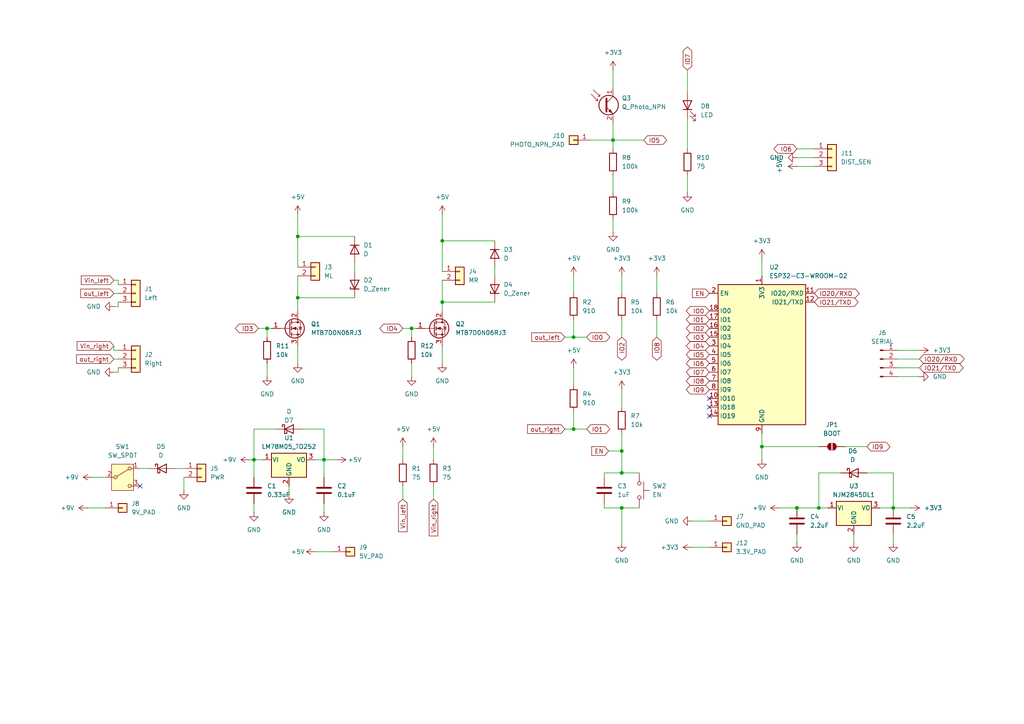
<source format=kicad_sch>
(kicad_sch (version 20250114) (generator "eeschema") (generator_version "9.0")
  (paper "A4")
  (lib_symbols
    (symbol "Connector:Conn_01x04_Pin" (pin_names (offset 1.016) (hide yes))
      (property "Reference" "J" (at 0 5.08 0))
      (property "Value" "Conn_01x04_Pin" (at 0 -7.62 0))
      (symbol "Conn_01x04_Pin_1_1"
        (rectangle (start 0.8636 2.667) (end 0 2.413) (stroke (width 0.1524)) (fill (type outline)))
        (rectangle (start 0.8636 0.127) (end 0 -0.127) (stroke (width 0.1524)) (fill (type outline)))
        (rectangle (start 0.8636 -2.413) (end 0 -2.667) (stroke (width 0.1524)) (fill (type outline)))
        (rectangle (start 0.8636 -4.953) (end 0 -5.207) (stroke (width 0.1524)) (fill (type outline)))
        (polyline (pts (xy 1.27 2.54) (xy 0.8636 2.54)) (stroke (width 0.1524)))
        (polyline (pts (xy 1.27 0) (xy 0.8636 0)) (stroke (width 0.1524)))
        (polyline (pts (xy 1.27 -2.54) (xy 0.8636 -2.54)) (stroke (width 0.1524)))
        (polyline (pts (xy 1.27 -5.08) (xy 0.8636 -5.08)) (stroke (width 0.1524)))
        (pin passive line (at 5.08 2.54 180) (length 3.81) (name "Pin_1") (number "1"))
        (pin passive line (at 5.08 0 180) (length 3.81) (name "Pin_2") (number "2"))
        (pin passive line (at 5.08 -2.54 180) (length 3.81) (name "Pin_3") (number "3"))
        (pin passive line (at 5.08 -5.08 180) (length 3.81) (name "Pin_4") (number "4"))
      )
    )
    (symbol "Connector_Generic:Conn_01x01" (pin_names (offset 1.016) (hide yes))
      (property "Reference" "J" (at 0 2.54 0))
      (property "Value" "Conn_01x01" (at 0 -2.54 0))
      (symbol "Conn_01x01_1_1"
        (rectangle (start -1.27 1.27) (end 1.27 -1.27) (stroke (width 0.254)) (fill (type background)))
        (rectangle (start -1.27 0.127) (end 0 -0.127) (stroke (width 0.1524)))
        (pin passive line (at -5.08 0 0) (length 3.81) (name "Pin_1") (number "1"))
      )
    )
    (symbol "Connector_Generic:Conn_01x02" (pin_names (offset 1.016) (hide yes))
      (property "Reference" "J" (at 0 2.54 0))
      (property "Value" "Conn_01x02" (at 0 -5.08 0))
      (symbol "Conn_01x02_1_1"
        (rectangle (start -1.27 1.27) (end 1.27 -3.81) (stroke (width 0.254)) (fill (type background)))
        (rectangle (start -1.27 0.127) (end 0 -0.127) (stroke (width 0.1524)))
        (rectangle (start -1.27 -2.413) (end 0 -2.667) (stroke (width 0.1524)))
        (pin passive line (at -5.08 0 0) (length 3.81) (name "Pin_1") (number "1"))
        (pin passive line (at -5.08 -2.54 0) (length 3.81) (name "Pin_2") (number "2"))
      )
    )
    (symbol "Connector_Generic:Conn_01x03" (pin_names (offset 1.016) (hide yes))
      (property "Reference" "J" (at 0 5.08 0))
      (property "Value" "Conn_01x03" (at 0 -5.08 0))
      (symbol "Conn_01x03_1_1"
        (rectangle (start -1.27 3.81) (end 1.27 -3.81) (stroke (width 0.254)) (fill (type background)))
        (rectangle (start -1.27 2.667) (end 0 2.413) (stroke (width 0.1524)))
        (rectangle (start -1.27 0.127) (end 0 -0.127) (stroke (width 0.1524)))
        (rectangle (start -1.27 -2.413) (end 0 -2.667) (stroke (width 0.1524)))
        (pin passive line (at -5.08 2.54 0) (length 3.81) (name "Pin_1") (number "1"))
        (pin passive line (at -5.08 0 0) (length 3.81) (name "Pin_2") (number "2"))
        (pin passive line (at -5.08 -2.54 0) (length 3.81) (name "Pin_3") (number "3"))
      )
    )
    (symbol "Device:C" (pin_numbers (hide yes)) (pin_names (offset 0.254))
      (property "Reference" "C" (at 0.635 2.54 0))
      (property "Value" "C" (at 0.635 -2.54 0))
      (symbol "C_0_1"
        (polyline (pts (xy -2.032 0.762) (xy 2.032 0.762)) (stroke (width 0.508)))
        (polyline (pts (xy -2.032 -0.762) (xy 2.032 -0.762)) (stroke (width 0.508)))
      )
      (symbol "C_1_1"
        (pin passive line (at 0 3.81 270) (length 2.794) (name "~") (number "1"))
        (pin passive line (at 0 -3.81 90) (length 2.794) (name "~") (number "2"))
      )
    )
    (symbol "Device:D" (pin_numbers (hide yes)) (pin_names (offset 1.016) (hide yes))
      (property "Reference" "D" (at 0 2.54 0))
      (property "Value" "D" (at 0 -2.54 0))
      (symbol "D_0_1"
        (polyline (pts (xy -1.27 1.27) (xy -1.27 -1.27)) (stroke (width 0.254)))
        (polyline (pts (xy 1.27 1.27) (xy 1.27 -1.27) (xy -1.27 0) (xy 1.27 1.27)) (stroke (width 0.254)))
        (polyline (pts (xy 1.27 0) (xy -1.27 0)))
      )
      (symbol "D_1_1"
        (pin passive line (at -3.81 0 0) (length 2.54) (name "K") (number "1"))
        (pin passive line (at 3.81 0 180) (length 2.54) (name "A") (number "2"))
      )
    )
    (symbol "Device:D_Schottky" (pin_numbers (hide yes)) (pin_names (offset 1.016) (hide yes))
      (property "Reference" "D" (at 0 2.54 0))
      (property "Value" "D_Schottky" (at 0 -2.54 0))
      (symbol "D_Schottky_0_1"
        (polyline (pts (xy -1.905 0.635) (xy -1.905 1.27) (xy -1.27 1.27) (xy -1.27 -1.27) (xy -0.635 -1.27) (xy -0.635 -0.635)) (stroke (width 0.254)))
        (polyline (pts (xy 1.27 1.27) (xy 1.27 -1.27) (xy -1.27 0) (xy 1.27 1.27)) (stroke (width 0.254)))
        (polyline (pts (xy 1.27 0) (xy -1.27 0)))
      )
      (symbol "D_Schottky_1_1"
        (pin passive line (at -3.81 0 0) (length 2.54) (name "K") (number "1"))
        (pin passive line (at 3.81 0 180) (length 2.54) (name "A") (number "2"))
      )
    )
    (symbol "Device:D_Zener" (pin_numbers (hide yes)) (pin_names (offset 1.016) (hide yes))
      (property "Reference" "D" (at 0 2.54 0))
      (property "Value" "D_Zener" (at 0 -2.54 0))
      (symbol "D_Zener_0_1"
        (polyline (pts (xy -1.27 -1.27) (xy -1.27 1.27) (xy -0.762 1.27)) (stroke (width 0.254)))
        (polyline (pts (xy 1.27 0) (xy -1.27 0)))
        (polyline (pts (xy 1.27 -1.27) (xy 1.27 1.27) (xy -1.27 0) (xy 1.27 -1.27)) (stroke (width 0.254)))
      )
      (symbol "D_Zener_1_1"
        (pin passive line (at -3.81 0 0) (length 2.54) (name "K") (number "1"))
        (pin passive line (at 3.81 0 180) (length 2.54) (name "A") (number "2"))
      )
    )
    (symbol "Device:LED" (pin_numbers (hide yes)) (pin_names (offset 1.016) (hide yes))
      (property "Reference" "D" (at 0 2.54 0))
      (property "Value" "LED" (at 0 -2.54 0))
      (symbol "LED_0_1"
        (polyline (pts (xy -3.048 -0.762) (xy -4.572 -2.286) (xy -3.81 -2.286) (xy -4.572 -2.286) (xy -4.572 -1.524)))
        (polyline (pts (xy -1.778 -0.762) (xy -3.302 -2.286) (xy -2.54 -2.286) (xy -3.302 -2.286) (xy -3.302 -1.524)))
        (polyline (pts (xy -1.27 0) (xy 1.27 0)))
        (polyline (pts (xy -1.27 -1.27) (xy -1.27 1.27)) (stroke (width 0.254)))
        (polyline (pts (xy 1.27 -1.27) (xy 1.27 1.27) (xy -1.27 0) (xy 1.27 -1.27)) (stroke (width 0.254)))
      )
      (symbol "LED_1_1"
        (pin passive line (at -3.81 0 0) (length 2.54) (name "K") (number "1"))
        (pin passive line (at 3.81 0 180) (length 2.54) (name "A") (number "2"))
      )
    )
    (symbol "Device:Q_Photo_NPN" (pin_names (offset 0) (hide yes))
      (property "Reference" "Q" (at 5.08 1.27 0))
      (property "Value" "Q_Photo_NPN" (at 5.08 -1.27 0))
      (symbol "Q_Photo_NPN_0_1"
        (polyline (pts (xy -3.81 3.175) (xy -1.905 1.27) (xy -1.905 1.905)))
        (polyline (pts (xy -3.175 4.445) (xy -1.27 2.54) (xy -1.27 3.175)))
        (polyline (pts (xy -1.905 1.27) (xy -2.54 1.27)))
        (polyline (pts (xy -1.27 2.54) (xy -1.905 2.54)))
        (polyline (pts (xy 0.635 1.905) (xy 0.635 -1.905) (xy 0.635 -1.905)) (stroke (width 0.508)))
        (polyline (pts (xy 0.635 0.635) (xy 2.54 2.54)))
        (polyline (pts (xy 0.635 -0.635) (xy 2.54 -2.54) (xy 2.54 -2.54)))
        (circle (center 1.27 0) (radius 2.8194) (stroke (width 0.254)))
        (polyline (pts (xy 1.27 -1.778) (xy 1.778 -1.27) (xy 2.286 -2.286) (xy 1.27 -1.778) (xy 1.27 -1.778)) (fill (type outline)))
      )
      (symbol "Q_Photo_NPN_1_1"
        (pin passive line (at 2.54 5.08 270) (length 2.54) (name "C") (number "1"))
        (pin passive line (at 2.54 -5.08 90) (length 2.54) (name "E") (number "2"))
      )
    )
    (symbol "Device:R" (pin_numbers (hide yes)) (pin_names (offset 0))
      (property "Reference" "R" (at 2.032 0 90))
      (property "Value" "R" (at 0 0 90))
      (symbol "R_0_1"
        (rectangle (start -1.016 -2.54) (end 1.016 2.54) (stroke (width 0.254)))
      )
      (symbol "R_1_1"
        (pin passive line (at 0 3.81 270) (length 1.27) (name "~") (number "1"))
        (pin passive line (at 0 -3.81 90) (length 1.27) (name "~") (number "2"))
      )
    )
    (symbol "Jumper:SolderJumper_2_Open" (pin_numbers (hide yes)) (pin_names (offset 0) (hide yes)) (in_bom no)
      (property "Reference" "JP" (at 0 2.032 0))
      (property "Value" "SolderJumper_2_Open" (at 0 -2.54 0))
      (symbol "SolderJumper_2_Open_0_1"
        (polyline (pts (xy -0.254 1.016) (xy -0.254 -1.016)))
        (arc (start -0.254 -1.016) (mid -1.2656 0) (end -0.254 1.016))
        (arc (start -0.254 -1.016) (mid -1.2656 0) (end -0.254 1.016) (fill (type outline)))
        (arc (start 0.254 1.016) (mid 1.2656 0) (end 0.254 -1.016))
        (arc (start 0.254 1.016) (mid 1.2656 0) (end 0.254 -1.016) (fill (type outline)))
        (polyline (pts (xy 0.254 1.016) (xy 0.254 -1.016)))
      )
      (symbol "SolderJumper_2_Open_1_1"
        (pin passive line (at -3.81 0 0) (length 2.54) (name "A") (number "1"))
        (pin passive line (at 3.81 0 180) (length 2.54) (name "B") (number "2"))
      )
    )
    (symbol "RF_Module:ESP32-C3-WROOM-02"
      (property "Reference" "U" (at -12.192 21.336 0))
      (property "Value" "ESP32-C3-WROOM-02" (at 12.192 21.336 0))
      (symbol "ESP32-C3-WROOM-02_1_1"
        (rectangle (start -12.7 20.32) (end 12.7 -20.32) (stroke (width 0.254)) (fill (type background)))
        (pin input line (at -15.24 17.78 0) (length 2.54) (name "EN") (number "2"))
        (pin bidirectional line (at -15.24 12.7 0) (length 2.54) (name "IO0") (number "18"))
        (pin bidirectional line (at -15.24 10.16 0) (length 2.54) (name "IO1") (number "17"))
        (pin bidirectional line (at -15.24 7.62 0) (length 2.54) (name "IO2") (number "16"))
        (pin bidirectional line (at -15.24 5.08 0) (length 2.54) (name "IO3") (number "15"))
        (pin bidirectional line (at -15.24 2.54 0) (length 2.54) (name "IO4") (number "3"))
        (pin bidirectional line (at -15.24 0 0) (length 2.54) (name "IO5") (number "4"))
        (pin bidirectional line (at -15.24 -2.54 0) (length 2.54) (name "IO6") (number "5"))
        (pin bidirectional line (at -15.24 -5.08 0) (length 2.54) (name "IO7") (number "6"))
        (pin bidirectional line (at -15.24 -7.62 0) (length 2.54) (name "IO8") (number "7"))
        (pin bidirectional line (at -15.24 -10.16 0) (length 2.54) (name "IO9") (number "8"))
        (pin bidirectional line (at -15.24 -12.7 0) (length 2.54) (name "IO10") (number "10"))
        (pin bidirectional line (at -15.24 -15.24 0) (length 2.54) (name "IO18") (number "13"))
        (pin bidirectional line (at -15.24 -17.78 0) (length 2.54) (name "IO19") (number "14"))
        (pin power_in line (at 0 22.86 270) (length 2.54) (name "3V3") (number "1"))
        (pin passive line (at 0 -22.86 90) (length 2.54) (hide yes) (name "GND") (number "19"))
        (pin power_in line (at 0 -22.86 90) (length 2.54) (name "GND") (number "9"))
        (pin bidirectional line (at 15.24 17.78 180) (length 2.54) (name "IO20/RXD") (number "11"))
        (pin bidirectional line (at 15.24 15.24 180) (length 2.54) (name "IO21/TXD") (number "12"))
      )
    )
    (symbol "Regulator_Linear:LM78M05_TO252" (pin_names (offset 0.254))
      (property "Reference" "U" (at -3.81 3.175 0))
      (property "Value" "LM78M05_TO252" (at 0 3.175 0))
      (symbol "LM78M05_TO252_0_1"
        (rectangle (start -5.08 1.905) (end 5.08 -5.08) (stroke (width 0.254)) (fill (type background)))
      )
      (symbol "LM78M05_TO252_1_1"
        (pin power_in line (at -7.62 0 0) (length 2.54) (name "VI") (number "1"))
        (pin power_in line (at 0 -7.62 90) (length 2.54) (name "GND") (number "2"))
        (pin power_out line (at 7.62 0 180) (length 2.54) (name "VO") (number "3"))
      )
    )
    (symbol "Switch:SW_Push" (pin_numbers (hide yes)) (pin_names (offset 1.016) (hide yes))
      (property "Reference" "SW" (at 1.27 2.54 0))
      (property "Value" "SW_Push" (at 0 -1.524 0))
      (symbol "SW_Push_0_1"
        (circle (center -2.032 0) (radius 0.508))
        (polyline (pts (xy 0 1.27) (xy 0 3.048)))
        (circle (center 2.032 0) (radius 0.508))
        (polyline (pts (xy 2.54 1.27) (xy -2.54 1.27)))
        (pin passive line (at -5.08 0 0) (length 2.54) (name "1") (number "1"))
        (pin passive line (at 5.08 0 180) (length 2.54) (name "2") (number "2"))
      )
    )
    (symbol "Switch:SW_SPDT" (pin_names (offset 0) (hide yes))
      (property "Reference" "SW" (at 0 5.08 0))
      (property "Value" "SW_SPDT" (at 0 -5.08 0))
      (symbol "SW_SPDT_0_1"
        (circle (center -2.032 0) (radius 0.4572))
        (polyline (pts (xy -1.651 0.254) (xy 1.651 2.286)))
        (circle (center 2.032 2.54) (radius 0.4572))
        (circle (center 2.032 -2.54) (radius 0.4572))
      )
      (symbol "SW_SPDT_1_1"
        (rectangle (start -3.175 3.81) (end 3.175 -3.81) (fill (type background)))
        (pin passive line (at -5.08 0 0) (length 2.54) (name "B") (number "2"))
        (pin passive line (at 5.08 2.54 180) (length 2.54) (name "A") (number "1"))
        (pin passive line (at 5.08 -2.54 180) (length 2.54) (name "C") (number "3"))
      )
    )
    (symbol "power:+3V3" (power) (pin_numbers (hide yes)) (pin_names (offset 0) (hide yes))
      (property "Value" "+3V3" (at 0 3.556 0))
      (symbol "+3V3_0_1"
        (polyline (pts (xy -0.762 1.27) (xy 0 2.54)))
        (polyline (pts (xy 0 2.54) (xy 0.762 1.27)))
        (polyline (pts (xy 0 0) (xy 0 2.54)))
      )
      (symbol "+3V3_1_1"
        (pin power_in line (at 0 0 90) (length 0) (name "~") (number "1"))
      )
    )
    (symbol "power:+5V" (power) (pin_numbers (hide yes)) (pin_names (offset 0) (hide yes))
      (property "Value" "+5V" (at 0 3.556 0))
      (symbol "+5V_0_1"
        (polyline (pts (xy -0.762 1.27) (xy 0 2.54)))
        (polyline (pts (xy 0 2.54) (xy 0.762 1.27)))
        (polyline (pts (xy 0 0) (xy 0 2.54)))
      )
      (symbol "+5V_1_1"
        (pin power_in line (at 0 0 90) (length 0) (name "~") (number "1"))
      )
    )
    (symbol "power:+9V" (power) (pin_numbers (hide yes)) (pin_names (offset 0) (hide yes))
      (property "Value" "+9V" (at 0 3.556 0))
      (symbol "+9V_0_1"
        (polyline (pts (xy -0.762 1.27) (xy 0 2.54)))
        (polyline (pts (xy 0 2.54) (xy 0.762 1.27)))
        (polyline (pts (xy 0 0) (xy 0 2.54)))
      )
      (symbol "+9V_1_1"
        (pin power_in line (at 0 0 90) (length 0) (name "~") (number "1"))
      )
    )
    (symbol "power:GND" (power) (pin_numbers (hide yes)) (pin_names (offset 0) (hide yes))
      (property "Value" "GND" (at 0 -3.81 0))
      (symbol "GND_0_1"
        (polyline (pts (xy 0 0) (xy 0 -1.27) (xy 1.27 -1.27) (xy 0 -2.54) (xy -1.27 -1.27) (xy 0 -1.27)))
      )
      (symbol "GND_1_1"
        (pin power_in line (at 0 0 270) (length 0) (name "~") (number "1"))
      )
    )
    (symbol "project:MTB7D0N06RJ3" (pin_names (hide yes))
      (property "Reference" "Q" (at 5.08 1.905 0))
      (property "Value" "MTB7D0N06RJ3" (at 5.08 0 0))
      (symbol "MTB7D0N06RJ3_0_1"
        (polyline (pts (xy 0.254 1.905) (xy 0.254 -1.905)) (stroke (width 0.254)))
        (polyline (pts (xy 0.254 0) (xy -2.54 0)))
        (polyline (pts (xy 0.762 2.286) (xy 0.762 1.27)) (stroke (width 0.254)))
        (polyline (pts (xy 0.762 0.508) (xy 0.762 -0.508)) (stroke (width 0.254)))
        (polyline (pts (xy 0.762 -1.27) (xy 0.762 -2.286)) (stroke (width 0.254)))
        (polyline (pts (xy 0.762 -1.778) (xy 3.302 -1.778) (xy 3.302 1.778) (xy 0.762 1.778)))
        (polyline (pts (xy 1.016 0) (xy 2.032 0.381) (xy 2.032 -0.381) (xy 1.016 0)) (fill (type outline)))
        (circle (center 1.651 0) (radius 2.794) (stroke (width 0.254)))
        (polyline (pts (xy 2.54 2.54) (xy 2.54 1.778)))
        (circle (center 2.54 1.778) (radius 0.254) (fill (type outline)))
        (circle (center 2.54 -1.778) (radius 0.254) (fill (type outline)))
        (polyline (pts (xy 2.54 -2.54) (xy 2.54 0) (xy 0.762 0)))
        (polyline (pts (xy 2.794 0.508) (xy 2.921 0.381) (xy 3.683 0.381) (xy 3.81 0.254)))
        (polyline (pts (xy 3.302 0.381) (xy 2.921 -0.254) (xy 3.683 -0.254) (xy 3.302 0.381)))
      )
      (symbol "MTB7D0N06RJ3_1_1"
        (pin input line (at -5.08 0 0) (length 2.54) (name "G") (number "1"))
        (pin passive line (at 2.54 5.08 270) (length 2.54) (name "D") (number "2"))
        (pin passive line (at 2.54 -5.08 90) (length 2.54) (name "S") (number "3"))
      )
    )
  )
  (junction (at 259.08 147.32))
  (junction (at 128.27 87.63))
  (junction (at 86.36 86.36))
  (junction (at 177.8 40.64))
  (junction (at 119.38 95.25))
  (junction (at 220.98 129.54))
  (junction (at 237.49 147.32))
  (junction (at 86.36 68.58))
  (junction (at 180.34 130.81))
  (junction (at 166.37 124.46))
  (junction (at 166.37 97.79))
  (junction (at 73.66 133.35))
  (junction (at 128.27 69.85))
  (junction (at 231.14 147.32))
  (junction (at 180.34 137.16))
  (junction (at 77.47 95.25))
  (junction (at 180.34 147.32))
  (junction (at 93.98 133.35))
  (no_connect (at 205.74 120.65))
  (no_connect (at 205.74 118.11))
  (no_connect (at 40.64 140.97))
  (no_connect (at 205.74 115.57))
  (wire (pts (xy 93.98 133.35) (xy 97.79 133.35)))
  (wire (pts (xy 86.36 62.23) (xy 86.36 68.58)))
  (wire (pts (xy 260.35 101.6) (xy 266.7 101.6)))
  (wire (pts (xy 25.4 147.32) (xy 30.48 147.32)))
  (wire (pts (xy 176.53 130.81) (xy 180.34 130.81)))
  (wire (pts (xy 125.73 129.54) (xy 125.73 133.35)))
  (wire (pts (xy 74.93 95.25) (xy 77.47 95.25)))
  (wire (pts (xy 33.02 107.95) (xy 34.29 107.95)))
  (wire (pts (xy 185.42 147.32) (xy 180.34 147.32)))
  (wire (pts (xy 93.98 124.46) (xy 93.98 133.35)))
  (wire (pts (xy 33.02 88.9) (xy 34.29 88.9)))
  (wire (pts (xy 33.02 85.09) (xy 34.29 85.09)))
  (wire (pts (xy 177.8 40.64) (xy 186.69 40.64)))
  (wire (pts (xy 86.36 68.58) (xy 86.36 77.47)))
  (wire (pts (xy 116.84 140.97) (xy 116.84 144.78)))
  (wire (pts (xy 231.14 154.94) (xy 231.14 157.48)))
  (wire (pts (xy 116.84 95.25) (xy 119.38 95.25)))
  (wire (pts (xy 177.8 20.32) (xy 177.8 25.4)))
  (wire (pts (xy 33.02 81.28) (xy 34.29 81.28)))
  (wire (pts (xy 180.34 80.01) (xy 180.34 85.09)))
  (wire (pts (xy 73.66 124.46) (xy 73.66 133.35)))
  (wire (pts (xy 166.37 80.01) (xy 166.37 85.09)))
  (wire (pts (xy 231.14 48.26) (xy 236.22 48.26)))
  (wire (pts (xy 34.29 81.28) (xy 34.29 82.55)))
  (wire (pts (xy 251.46 137.16) (xy 259.08 137.16)))
  (wire (pts (xy 220.98 129.54) (xy 220.98 133.35)))
  (wire (pts (xy 128.27 100.33) (xy 128.27 105.41)))
  (wire (pts (xy 34.29 107.95) (xy 34.29 106.68)))
  (wire (pts (xy 77.47 105.41) (xy 77.47 109.22)))
  (wire (pts (xy 86.36 100.33) (xy 86.36 105.41)))
  (wire (pts (xy 243.84 137.16) (xy 237.49 137.16)))
  (wire (pts (xy 125.73 140.97) (xy 125.73 144.78)))
  (wire (pts (xy 80.01 124.46) (xy 73.66 124.46)))
  (wire (pts (xy 177.8 40.64) (xy 177.8 43.18)))
  (wire (pts (xy 87.63 124.46) (xy 93.98 124.46)))
  (wire (pts (xy 259.08 154.94) (xy 259.08 157.48)))
  (wire (pts (xy 163.83 97.79) (xy 166.37 97.79)))
  (wire (pts (xy 166.37 124.46) (xy 163.83 124.46)))
  (wire (pts (xy 260.35 104.14) (xy 266.7 104.14)))
  (wire (pts (xy 255.27 147.32) (xy 259.08 147.32)))
  (wire (pts (xy 247.65 154.94) (xy 247.65 157.48)))
  (wire (pts (xy 119.38 105.41) (xy 119.38 109.22)))
  (wire (pts (xy 128.27 69.85) (xy 128.27 78.74)))
  (wire (pts (xy 83.82 140.97) (xy 83.82 143.51)))
  (wire (pts (xy 34.29 88.9) (xy 34.29 87.63)))
  (wire (pts (xy 86.36 80.01) (xy 86.36 86.36)))
  (wire (pts (xy 166.37 124.46) (xy 170.18 124.46)))
  (wire (pts (xy 190.5 92.71) (xy 190.5 97.79)))
  (wire (pts (xy 86.36 68.58) (xy 102.87 68.58)))
  (wire (pts (xy 180.34 92.71) (xy 180.34 97.79)))
  (wire (pts (xy 260.35 106.68) (xy 266.7 106.68)))
  (wire (pts (xy 175.26 146.05) (xy 175.26 147.32)))
  (wire (pts (xy 93.98 146.05) (xy 93.98 148.59)))
  (wire (pts (xy 128.27 87.63) (xy 128.27 90.17)))
  (wire (pts (xy 86.36 86.36) (xy 86.36 90.17)))
  (wire (pts (xy 119.38 95.25) (xy 119.38 97.79)))
  (wire (pts (xy 180.34 137.16) (xy 180.34 130.81)))
  (wire (pts (xy 237.49 137.16) (xy 237.49 147.32)))
  (wire (pts (xy 86.36 86.36) (xy 102.87 86.36)))
  (wire (pts (xy 26.67 138.43) (xy 30.48 138.43)))
  (wire (pts (xy 33.02 104.14) (xy 34.29 104.14)))
  (wire (pts (xy 199.39 20.32) (xy 199.39 26.67)))
  (wire (pts (xy 177.8 63.5) (xy 177.8 67.31)))
  (wire (pts (xy 128.27 87.63) (xy 143.51 87.63)))
  (wire (pts (xy 199.39 50.8) (xy 199.39 55.88)))
  (wire (pts (xy 93.98 133.35) (xy 93.98 138.43)))
  (wire (pts (xy 220.98 125.73) (xy 220.98 129.54)))
  (wire (pts (xy 260.35 109.22) (xy 266.7 109.22)))
  (wire (pts (xy 128.27 81.28) (xy 128.27 87.63)))
  (wire (pts (xy 40.64 135.89) (xy 43.18 135.89)))
  (wire (pts (xy 166.37 97.79) (xy 170.18 97.79)))
  (wire (pts (xy 231.14 147.32) (xy 237.49 147.32)))
  (wire (pts (xy 180.34 147.32) (xy 180.34 157.48)))
  (wire (pts (xy 166.37 92.71) (xy 166.37 97.79)))
  (wire (pts (xy 77.47 95.25) (xy 78.74 95.25)))
  (wire (pts (xy 259.08 147.32) (xy 264.16 147.32)))
  (wire (pts (xy 177.8 35.56) (xy 177.8 40.64)))
  (wire (pts (xy 128.27 69.85) (xy 143.51 69.85)))
  (wire (pts (xy 180.34 113.03) (xy 180.34 118.11)))
  (wire (pts (xy 185.42 137.16) (xy 180.34 137.16)))
  (wire (pts (xy 73.66 133.35) (xy 76.2 133.35)))
  (wire (pts (xy 237.49 147.32) (xy 240.03 147.32)))
  (wire (pts (xy 102.87 76.2) (xy 102.87 78.74)))
  (wire (pts (xy 143.51 77.47) (xy 143.51 80.01)))
  (wire (pts (xy 128.27 62.23) (xy 128.27 69.85)))
  (wire (pts (xy 166.37 106.68) (xy 166.37 111.76)))
  (wire (pts (xy 175.26 137.16) (xy 180.34 137.16)))
  (wire (pts (xy 73.66 133.35) (xy 73.66 138.43)))
  (wire (pts (xy 231.14 45.72) (xy 236.22 45.72)))
  (wire (pts (xy 175.26 138.43) (xy 175.26 137.16)))
  (wire (pts (xy 116.84 129.54) (xy 116.84 133.35)))
  (wire (pts (xy 199.39 34.29) (xy 199.39 43.18)))
  (wire (pts (xy 166.37 119.38) (xy 166.37 124.46)))
  (wire (pts (xy 33.02 100.33) (xy 33.02 101.6)))
  (wire (pts (xy 259.08 137.16) (xy 259.08 147.32)))
  (wire (pts (xy 91.44 133.35) (xy 93.98 133.35)))
  (wire (pts (xy 72.39 133.35) (xy 73.66 133.35)))
  (wire (pts (xy 77.47 95.25) (xy 77.47 97.79)))
  (wire (pts (xy 91.44 160.02) (xy 96.52 160.02)))
  (wire (pts (xy 50.8 135.89) (xy 53.34 135.89)))
  (wire (pts (xy 177.8 50.8) (xy 177.8 55.88)))
  (wire (pts (xy 200.66 158.75) (xy 205.74 158.75)))
  (wire (pts (xy 171.45 40.64) (xy 177.8 40.64)))
  (wire (pts (xy 226.06 147.32) (xy 231.14 147.32)))
  (wire (pts (xy 220.98 129.54) (xy 237.49 129.54)))
  (wire (pts (xy 190.5 80.01) (xy 190.5 85.09)))
  (wire (pts (xy 175.26 147.32) (xy 180.34 147.32)))
  (wire (pts (xy 119.38 95.25) (xy 120.65 95.25)))
  (wire (pts (xy 53.34 138.43) (xy 53.34 142.24)))
  (wire (pts (xy 73.66 146.05) (xy 73.66 148.59)))
  (wire (pts (xy 180.34 130.81) (xy 180.34 125.73)))
  (wire (pts (xy 220.98 74.93) (xy 220.98 80.01)))
  (wire (pts (xy 33.02 101.6) (xy 34.29 101.6)))
  (wire (pts (xy 245.11 129.54) (xy 251.46 129.54)))
  (wire (pts (xy 200.66 151.13) (xy 205.74 151.13)))
  (wire (pts (xy 231.14 43.18) (xy 236.22 43.18)))
  (global_label "out_left" (shape input) (at 33.02 85.09 180) (property "Intersheetrefs" "${INTERSHEET_REFS}" (effects (hide yes))))
  (global_label "IO9" (shape bidirectional) (at 205.74 113.03 180) (property "Intersheetrefs" "${INTERSHEET_REFS}" (effects (hide yes))))
  (global_label "IO9" (shape bidirectional) (at 251.46 129.54 0) (property "Intersheetrefs" "${INTERSHEET_REFS}" (effects (hide yes))))
  (global_label "out_left" (shape input) (at 163.83 97.79 180) (property "Intersheetrefs" "${INTERSHEET_REFS}" (effects (hide yes))))
  (global_label "EN" (shape input) (at 176.53 130.81 180) (property "Intersheetrefs" "${INTERSHEET_REFS}" (effects (hide yes))))
  (global_label "Vin_left" (shape input) (at 116.84 144.78 270) (property "Intersheetrefs" "${INTERSHEET_REFS}" (effects (hide yes))))
  (global_label "IO5" (shape bidirectional) (at 186.69 40.64 0) (property "Intersheetrefs" "${INTERSHEET_REFS}" (effects (hide yes))))
  (global_label "Vin_right" (shape input) (at 33.02 100.33 180) (property "Intersheetrefs" "${INTERSHEET_REFS}" (effects (hide yes))))
  (global_label "IO5" (shape bidirectional) (at 205.74 102.87 180) (property "Intersheetrefs" "${INTERSHEET_REFS}" (effects (hide yes))))
  (global_label "IO2" (shape bidirectional) (at 205.74 95.25 180) (property "Intersheetrefs" "${INTERSHEET_REFS}" (effects (hide yes))))
  (global_label "IO20/RXD" (shape bidirectional) (at 236.22 85.09 0) (property "Intersheetrefs" "${INTERSHEET_REFS}" (effects (hide yes))))
  (global_label "IO0" (shape bidirectional) (at 170.18 97.79 0) (property "Intersheetrefs" "${INTERSHEET_REFS}" (effects (hide yes))))
  (global_label "IO4" (shape bidirectional) (at 205.74 100.33 180) (property "Intersheetrefs" "${INTERSHEET_REFS}" (effects (hide yes))))
  (global_label "IO3" (shape bidirectional) (at 205.74 97.79 180) (property "Intersheetrefs" "${INTERSHEET_REFS}" (effects (hide yes))))
  (global_label "IO6" (shape bidirectional) (at 205.74 105.41 180) (property "Intersheetrefs" "${INTERSHEET_REFS}" (effects (hide yes))))
  (global_label "IO20/RXD" (shape bidirectional) (at 266.7 104.14 0) (property "Intersheetrefs" "${INTERSHEET_REFS}" (effects (hide yes))))
  (global_label "EN" (shape input) (at 205.74 85.09 180) (property "Intersheetrefs" "${INTERSHEET_REFS}" (effects (hide yes))))
  (global_label "Vin_right" (shape input) (at 125.73 144.78 270) (property "Intersheetrefs" "${INTERSHEET_REFS}" (effects (hide yes))))
  (global_label "out_right" (shape input) (at 33.02 104.14 180) (property "Intersheetrefs" "${INTERSHEET_REFS}" (effects (hide yes))))
  (global_label "IO7" (shape bidirectional) (at 199.39 20.32 90) (property "Intersheetrefs" "${INTERSHEET_REFS}" (effects (hide yes))))
  (global_label "IO4" (shape bidirectional) (at 116.84 95.25 180) (property "Intersheetrefs" "${INTERSHEET_REFS}" (effects (hide yes))))
  (global_label "IO21/TXD" (shape bidirectional) (at 236.22 87.63 0) (property "Intersheetrefs" "${INTERSHEET_REFS}" (effects (hide yes))))
  (global_label "Vin_left" (shape input) (at 33.02 81.28 180) (property "Intersheetrefs" "${INTERSHEET_REFS}" (effects (hide yes))))
  (global_label "IO8" (shape bidirectional) (at 190.5 97.79 270) (property "Intersheetrefs" "${INTERSHEET_REFS}" (effects (hide yes))))
  (global_label "IO7" (shape bidirectional) (at 205.74 107.95 180) (property "Intersheetrefs" "${INTERSHEET_REFS}" (effects (hide yes))))
  (global_label "IO21/TXD" (shape bidirectional) (at 266.7 106.68 0) (property "Intersheetrefs" "${INTERSHEET_REFS}" (effects (hide yes))))
  (global_label "IO3" (shape bidirectional) (at 74.93 95.25 180) (property "Intersheetrefs" "${INTERSHEET_REFS}" (effects (hide yes))))
  (global_label "IO1" (shape bidirectional) (at 170.18 124.46 0) (property "Intersheetrefs" "${INTERSHEET_REFS}" (effects (hide yes))))
  (global_label "IO8" (shape bidirectional) (at 205.74 110.49 180) (property "Intersheetrefs" "${INTERSHEET_REFS}" (effects (hide yes))))
  (global_label "IO2" (shape bidirectional) (at 180.34 97.79 270) (property "Intersheetrefs" "${INTERSHEET_REFS}" (effects (hide yes))))
  (global_label "IO6" (shape bidirectional) (at 231.14 43.18 180) (property "Intersheetrefs" "${INTERSHEET_REFS}" (effects (hide yes))))
  (global_label "IO0" (shape bidirectional) (at 205.74 90.17 180) (property "Intersheetrefs" "${INTERSHEET_REFS}" (effects (hide yes))))
  (global_label "out_right" (shape input) (at 163.83 124.46 180) (property "Intersheetrefs" "${INTERSHEET_REFS}" (effects (hide yes))))
  (global_label "IO1" (shape bidirectional) (at 205.74 92.71 180) (property "Intersheetrefs" "${INTERSHEET_REFS}" (effects (hide yes))))
  (symbol (lib_id "power:+3V3") (at 190.5 80.01 0) (unit 1)
    (property "Reference" "#PWR020" (effects (hide yes)))
    (property "Value" "+3V3" (at 190.5 74.93 0))
    (property "Description" "Power symbol creates a global label with name \"+3V3\"" (effects (hide yes)))
  )
  (symbol (lib_id "Device:D_Schottky") (at 46.99 135.89 0) (unit 1)
    (property "Reference" "D5" (at 46.6725 129.54 0))
    (property "Value" "D" (at 46.6725 132.08 0))
    (property "Footprint" "Diode_THT:D_DO-41_SOD81_P2.54mm_Vertical_AnodeUp" (effects (hide yes)))
    (property "Description" "Schottky diode" (effects (hide yes)))
    (property "Sim.Device" "D" (effects (hide yes)))
    (property "Sim.Pins" "1=K 2=A" (effects (hide yes)))
  )
  (symbol (lib_id "Connector_Generic:Conn_01x02") (at 133.35 78.74 0) (unit 1)
    (property "Reference" "J4" (at 135.89 78.7399 0) (effects (justify left)))
    (property "Value" "MR" (at 135.89 81.2799 0) (effects (justify left)))
    (property "Footprint" "Connector_PinSocket_2.54mm:PinSocket_1x02_P2.54mm_Vertical" (effects (hide yes)))
    (property "Description" "Generic connector, single row, 01x02, script generated (kicad-library-utils/schlib/autogen/connector/)" (effects (hide yes)))
  )
  (symbol (lib_id "power:+5V") (at 116.84 129.54 0) (unit 1)
    (property "Reference" "#PWR05" (effects (hide yes)))
    (property "Value" "+5V" (at 116.84 124.46 0))
    (property "Description" "Power symbol creates a global label with name \"+5V\"" (effects (hide yes)))
  )
  (symbol (lib_id "power:+3V3") (at 180.34 113.03 0) (unit 1)
    (property "Reference" "#PWR022" (effects (hide yes)))
    (property "Value" "+3V3" (at 180.34 107.95 0))
    (property "Description" "Power symbol creates a global label with name \"+3V3\"" (effects (hide yes)))
  )
  (symbol (lib_id "Device:R") (at 166.37 88.9 0) (unit 1)
    (property "Reference" "R2" (at 168.91 87.6299 0) (effects (justify left)))
    (property "Value" "910" (at 168.91 90.1699 0) (effects (justify left)))
    (property "Footprint" "Resistor_SMD:R_0603_1608Metric_Pad0.98x0.95mm_HandSolder" (effects (hide yes)))
    (property "Description" "Resistor" (effects (hide yes)))
  )
  (symbol (lib_id "Device:Q_Photo_NPN") (at 175.26 30.48 0) (unit 1)
    (property "Reference" "Q3" (at 180.34 28.4606 0) (effects (justify left)))
    (property "Value" "Q_Photo_NPN" (at 180.34 31.0006 0) (effects (justify left)))
    (property "Footprint" "LED_THT:LED_D3.0mm_Clear" (effects (hide yes)))
    (property "Description" "NPN phototransistor, collector/emitter" (effects (hide yes)))
  )
  (symbol (lib_id "power:GND") (at 177.8 67.31 0) (unit 1)
    (property "Reference" "#PWR034" (effects (hide yes)))
    (property "Value" "GND" (at 177.8 72.39 0))
    (property "Description" "Power symbol creates a global label with name \"GND\" , ground" (effects (hide yes)))
  )
  (symbol (lib_id "power:+5V") (at 128.27 62.23 0) (unit 1)
    (property "Reference" "#PWR010" (effects (hide yes)))
    (property "Value" "+5V" (at 128.27 57.15 0))
    (property "Description" "Power symbol creates a global label with name \"+5V\"" (effects (hide yes)))
  )
  (symbol (lib_id "project:MTB7D0N06RJ3") (at 125.73 95.25 0) (unit 1)
    (property "Reference" "Q2" (at 132.08 93.9799 0) (effects (justify left)))
    (property "Value" "MTB7D0N06RJ3" (at 132.08 96.5199 0) (effects (justify left)))
    (property "Footprint" "Package_TO_SOT_SMD:TO-252-2" (effects (hide yes)))
    (property "Datasheet" "https://akizukidenshi.com/goodsaffix/MTB7D0N06RJ3_220718.pdf" (effects (hide yes)))
    (property "Description" "53A Id,60V Vds, N-Channel MOSFET, TO-252" (effects (hide yes)))
  )
  (symbol (lib_id "Switch:SW_Push") (at 185.42 142.24 270) (unit 1)
    (property "Reference" "SW2" (at 189.23 140.9699 90) (effects (justify left)))
    (property "Value" "EN" (at 189.23 143.5099 90) (effects (justify left)))
    (property "Footprint" "Button_Switch_THT:SW_PUSH_6mm" (effects (hide yes)))
    (property "Description" "Push button switch, generic, two pins" (effects (hide yes)))
  )
  (symbol (lib_id "Connector_Generic:Conn_01x01") (at 210.82 151.13 0) (unit 1)
    (property "Reference" "J7" (at 213.36 149.8599 0) (effects (justify left)))
    (property "Value" "GND_PAD" (at 213.36 152.3999 0) (effects (justify left)))
    (property "Footprint" "Connector_Wire:SolderWirePad_1x01_SMD_2x4mm" (effects (hide yes)))
    (property "Description" "Generic connector, single row, 01x01, script generated (kicad-library-utils/schlib/autogen/connector/)" (effects (hide yes)))
  )
  (symbol (lib_id "Device:D_Schottky") (at 247.65 137.16 0) (unit 1)
    (property "Reference" "D6" (at 247.3325 130.81 0))
    (property "Value" "D" (at 247.3325 133.35 0))
    (property "Footprint" "Diode_THT:D_DO-41_SOD81_P2.54mm_Vertical_AnodeUp" (effects (hide yes)))
    (property "Description" "Schottky diode" (effects (hide yes)))
    (property "Sim.Device" "D" (effects (hide yes)))
    (property "Sim.Pins" "1=K 2=A" (effects (hide yes)))
  )
  (symbol (lib_id "Connector_Generic:Conn_01x03") (at 39.37 85.09 0) (unit 1)
    (property "Reference" "J1" (at 41.91 83.8199 0) (effects (justify left)))
    (property "Value" "Left" (at 41.91 86.3599 0) (effects (justify left)))
    (property "Footprint" "Connector_PinSocket_2.54mm:PinSocket_1x03_P2.54mm_Vertical" (effects (hide yes)))
    (property "Description" "Generic connector, single row, 01x03, script generated (kicad-library-utils/schlib/autogen/connector/)" (effects (hide yes)))
  )
  (symbol (lib_id "power:+3V3") (at 264.16 147.32 270) (unit 1)
    (property "Reference" "#PWR029" (effects (hide yes)))
    (property "Value" "+3V3" (at 267.97 147.3199 90) (effects (justify left)))
    (property "Description" "Power symbol creates a global label with name \"+3V3\"" (effects (hide yes)))
  )
  (symbol (lib_id "Connector_Generic:Conn_01x03") (at 241.3 45.72 0) (unit 1)
    (property "Reference" "J11" (at 243.84 44.4499 0) (effects (justify left)))
    (property "Value" "DIST_SEN" (at 243.84 46.9899 0) (effects (justify left)))
    (property "Footprint" "Connector_PinSocket_2.54mm:PinSocket_1x03_P2.54mm_Vertical" (effects (hide yes)))
    (property "Description" "Generic connector, single row, 01x03, script generated (kicad-library-utils/schlib/autogen/connector/)" (effects (hide yes)))
  )
  (symbol (lib_id "Connector_Generic:Conn_01x01") (at 166.37 40.64 0) (mirror y) (unit 1)
    (property "Reference" "J10" (at 163.83 39.3699 0) (effects (justify left)))
    (property "Value" "PHOTO_NPN_PAD" (at 163.83 41.9099 0) (effects (justify left)))
    (property "Footprint" "Connector_Wire:SolderWirePad_1x01_SMD_2x4mm" (effects (hide yes)))
    (property "Description" "Generic connector, single row, 01x01, script generated (kicad-library-utils/schlib/autogen/connector/)" (effects (hide yes)))
  )
  (symbol (lib_id "power:GND") (at 83.82 143.51 0) (unit 1)
    (property "Reference" "#PWR014" (effects (hide yes)))
    (property "Value" "GND" (at 83.82 148.59 0))
    (property "Description" "Power symbol creates a global label with name \"GND\" , ground" (effects (hide yes)))
  )
  (symbol (lib_id "project:MTB7D0N06RJ3") (at 83.82 95.25 0) (unit 1)
    (property "Reference" "Q1" (at 90.17 93.9799 0) (effects (justify left)))
    (property "Value" "MTB7D0N06RJ3" (at 90.17 96.5199 0) (effects (justify left)))
    (property "Footprint" "Package_TO_SOT_SMD:TO-252-2" (effects (hide yes)))
    (property "Datasheet" "https://akizukidenshi.com/goodsaffix/MTB7D0N06RJ3_220718.pdf" (effects (hide yes)))
    (property "Description" "53A Id,60V Vds, N-Channel MOSFET, TO-252" (effects (hide yes)))
  )
  (symbol (lib_id "power:+3V3") (at 180.34 80.01 0) (unit 1)
    (property "Reference" "#PWR019" (effects (hide yes)))
    (property "Value" "+3V3" (at 180.34 74.93 0))
    (property "Description" "Power symbol creates a global label with name \"+3V3\"" (effects (hide yes)))
  )
  (symbol (lib_id "Device:R") (at 177.8 59.69 0) (unit 1)
    (property "Reference" "R9" (at 180.34 58.4199 0) (effects (justify left)))
    (property "Value" "100k" (at 180.34 60.9599 0) (effects (justify left)))
    (property "Footprint" "Resistor_SMD:R_0603_1608Metric_Pad0.98x0.95mm_HandSolder" (effects (hide yes)))
    (property "Description" "Resistor" (effects (hide yes)))
  )
  (symbol (lib_id "Device:D_Zener") (at 102.87 82.55 90) (unit 1)
    (property "Reference" "D2" (at 105.41 81.2799 90) (effects (justify right)))
    (property "Value" "D_Zener" (at 105.41 83.8199 90) (effects (justify right)))
    (property "Footprint" "Diode_THT:D_DO-35_SOD27_P2.54mm_Vertical_AnodeUp" (effects (hide yes)))
    (property "Description" "Zener diode" (effects (hide yes)))
  )
  (symbol (lib_id "power:+3V3") (at 220.98 74.93 0) (unit 1)
    (property "Reference" "#PWR021" (effects (hide yes)))
    (property "Value" "+3V3" (at 220.98 69.85 0))
    (property "Description" "Power symbol creates a global label with name \"+3V3\"" (effects (hide yes)))
  )
  (symbol (lib_id "power:GND") (at 119.38 109.22 0) (unit 1)
    (property "Reference" "#PWR039" (effects (hide yes)))
    (property "Value" "GND" (at 119.38 114.3 0))
    (property "Description" "Power symbol creates a global label with name \"GND\" , ground" (effects (hide yes)))
  )
  (symbol (lib_id "Device:R") (at 190.5 88.9 0) (unit 1)
    (property "Reference" "R6" (at 193.04 87.6299 0) (effects (justify left)))
    (property "Value" "10k" (at 193.04 90.1699 0) (effects (justify left)))
    (property "Footprint" "Resistor_SMD:R_0603_1608Metric_Pad0.98x0.95mm_HandSolder" (effects (hide yes)))
    (property "Description" "Resistor" (effects (hide yes)))
  )
  (symbol (lib_id "power:+3V3") (at 177.8 20.32 0) (unit 1)
    (property "Reference" "#PWR035" (effects (hide yes)))
    (property "Value" "+3V3" (at 177.8 15.24 0))
    (property "Description" "Power symbol creates a global label with name \"+3V3\"" (effects (hide yes)))
  )
  (symbol (lib_id "Switch:SW_SPDT") (at 35.56 138.43 0) (unit 1)
    (property "Reference" "SW1" (at 35.56 129.54 0))
    (property "Value" "SW_SPDT" (at 35.56 132.08 0))
    (property "Footprint" "Library:SW_Slide-03_2MS1-T1-B4-M2-Q-E_P2.54mm" (effects (hide yes)))
    (property "Description" "Switch, single pole double throw" (effects (hide yes)))
  )
  (symbol (lib_id "power:+9V") (at 72.39 133.35 90) (unit 1)
    (property "Reference" "#PWR013" (effects (hide yes)))
    (property "Value" "+9V" (at 68.58 133.3499 90) (effects (justify left)))
    (property "Description" "Power symbol creates a global label with name \"+9V\"" (effects (hide yes)))
  )
  (symbol (lib_id "Device:R") (at 177.8 46.99 0) (unit 1)
    (property "Reference" "R8" (at 180.34 45.7199 0) (effects (justify left)))
    (property "Value" "100k" (at 180.34 48.2599 0) (effects (justify left)))
    (property "Footprint" "Resistor_SMD:R_0603_1608Metric_Pad0.98x0.95mm_HandSolder" (effects (hide yes)))
    (property "Description" "Resistor" (effects (hide yes)))
  )
  (symbol (lib_id "power:GND") (at 199.39 55.88 0) (unit 1)
    (property "Reference" "#PWR036" (effects (hide yes)))
    (property "Value" "GND" (at 199.39 60.96 0))
    (property "Description" "Power symbol creates a global label with name \"GND\" , ground" (effects (hide yes)))
  )
  (symbol (lib_id "Connector_Generic:Conn_01x02") (at 58.42 135.89 0) (unit 1)
    (property "Reference" "J5" (at 60.96 135.8899 0) (effects (justify left)))
    (property "Value" "PWR" (at 60.96 138.4299 0) (effects (justify left)))
    (property "Footprint" "Connector_PinHeader_2.54mm:PinHeader_1x02_P2.54mm_Vertical" (effects (hide yes)))
    (property "Description" "Generic connector, single row, 01x02, script generated (kicad-library-utils/schlib/autogen/connector/)" (effects (hide yes)))
  )
  (symbol (lib_id "Device:D") (at 143.51 73.66 270) (unit 1)
    (property "Reference" "D3" (at 146.05 72.3899 90) (effects (justify left)))
    (property "Value" "D" (at 146.05 74.9299 90) (effects (justify left)))
    (property "Footprint" "Diode_THT:D_DO-15_P2.54mm_Vertical_AnodeUp" (effects (hide yes)))
    (property "Description" "Diode" (effects (hide yes)))
    (property "Sim.Device" "D" (effects (hide yes)))
    (property "Sim.Pins" "1=K 2=A" (effects (hide yes)))
  )
  (symbol (lib_id "power:GND") (at 33.02 88.9 270) (mirror x) (unit 1)
    (property "Reference" "#PWR04" (effects (hide yes)))
    (property "Value" "GND" (at 29.21 88.8999 90) (effects (justify right)))
    (property "Description" "Power symbol creates a global label with name \"GND\" , ground" (effects (hide yes)))
  )
  (symbol (lib_id "power:GND") (at 128.27 105.41 0) (unit 1)
    (property "Reference" "#PWR012" (effects (hide yes)))
    (property "Value" "GND" (at 128.27 110.49 0))
    (property "Description" "Power symbol creates a global label with name \"GND\" , ground" (effects (hide yes)))
  )
  (symbol (lib_id "Connector:Conn_01x04_Pin") (at 255.27 104.14 0) (unit 1)
    (property "Reference" "J6" (at 255.905 96.52 0))
    (property "Value" "SERIAL" (at 255.905 99.06 0))
    (property "Footprint" "Connector_PinHeader_2.54mm:PinHeader_1x04_P2.54mm_Vertical" (effects (hide yes)))
    (property "Description" "Generic connector, single row, 01x04, script generated" (effects (hide yes)))
  )
  (symbol (lib_id "Device:D_Zener") (at 143.51 83.82 90) (unit 1)
    (property "Reference" "D4" (at 146.05 82.5499 90) (effects (justify right)))
    (property "Value" "D_Zener" (at 146.05 85.0899 90) (effects (justify right)))
    (property "Footprint" "Diode_THT:D_DO-35_SOD27_P2.54mm_Vertical_AnodeUp" (effects (hide yes)))
    (property "Description" "Zener diode" (effects (hide yes)))
  )
  (symbol (lib_id "power:GND") (at 53.34 142.24 0) (unit 1)
    (property "Reference" "#PWR02" (effects (hide yes)))
    (property "Value" "GND" (at 53.34 147.32 0))
    (property "Description" "Power symbol creates a global label with name \"GND\" , ground" (effects (hide yes)))
  )
  (symbol (lib_id "power:GND") (at 77.47 109.22 0) (unit 1)
    (property "Reference" "#PWR040" (effects (hide yes)))
    (property "Value" "GND" (at 77.47 114.3 0))
    (property "Description" "Power symbol creates a global label with name \"GND\" , ground" (effects (hide yes)))
  )
  (symbol (lib_id "Device:R") (at 166.37 115.57 0) (unit 1)
    (property "Reference" "R4" (at 168.91 114.2999 0) (effects (justify left)))
    (property "Value" "910" (at 168.91 116.8399 0) (effects (justify left)))
    (property "Footprint" "Resistor_SMD:R_0603_1608Metric_Pad0.98x0.95mm_HandSolder" (effects (hide yes)))
    (property "Description" "Resistor" (effects (hide yes)))
  )
  (symbol (lib_id "Device:D") (at 102.87 72.39 270) (unit 1)
    (property "Reference" "D1" (at 105.41 71.1199 90) (effects (justify left)))
    (property "Value" "D" (at 105.41 73.6599 90) (effects (justify left)))
    (property "Footprint" "Diode_THT:D_DO-15_P2.54mm_Vertical_AnodeUp" (effects (hide yes)))
    (property "Description" "Diode" (effects (hide yes)))
    (property "Sim.Device" "D" (effects (hide yes)))
    (property "Sim.Pins" "1=K 2=A" (effects (hide yes)))
  )
  (symbol (lib_id "power:+5V") (at 86.36 62.23 0) (unit 1)
    (property "Reference" "#PWR08" (effects (hide yes)))
    (property "Value" "+5V" (at 86.36 57.15 0))
    (property "Description" "Power symbol creates a global label with name \"+5V\"" (effects (hide yes)))
  )
  (symbol (lib_id "power:GND") (at 231.14 157.48 0) (unit 1)
    (property "Reference" "#PWR031" (effects (hide yes)))
    (property "Value" "GND" (at 231.14 162.56 0))
    (property "Description" "Power symbol creates a global label with name \"GND\" , ground" (effects (hide yes)))
  )
  (symbol (lib_id "Device:LED") (at 199.39 30.48 90) (unit 1)
    (property "Reference" "D8" (at 203.2 30.7974 90) (effects (justify right)))
    (property "Value" "LED" (at 203.2 33.3374 90) (effects (justify right)))
    (property "Footprint" "LED_THT:LED_D5.0mm_Horizontal_O3.81mm_Z3.0mm" (effects (hide yes)))
    (property "Description" "Light emitting diode" (effects (hide yes)))
    (property "Sim.Pins" "1=K 2=A" (effects (hide yes)))
  )
  (symbol (lib_id "Connector_Generic:Conn_01x02") (at 91.44 77.47 0) (unit 1)
    (property "Reference" "J3" (at 93.98 77.4699 0) (effects (justify left)))
    (property "Value" "ML" (at 93.98 80.0099 0) (effects (justify left)))
    (property "Footprint" "Connector_PinSocket_2.54mm:PinSocket_1x02_P2.54mm_Vertical" (effects (hide yes)))
    (property "Description" "Generic connector, single row, 01x02, script generated (kicad-library-utils/schlib/autogen/connector/)" (effects (hide yes)))
  )
  (symbol (lib_id "Device:R") (at 199.39 46.99 0) (unit 1)
    (property "Reference" "R10" (at 201.93 45.7199 0) (effects (justify left)))
    (property "Value" "75" (at 201.93 48.2599 0) (effects (justify left)))
    (property "Footprint" "Resistor_SMD:R_0603_1608Metric_Pad0.98x0.95mm_HandSolder" (effects (hide yes)))
    (property "Description" "Resistor" (effects (hide yes)))
  )
  (symbol (lib_id "Device:C") (at 259.08 151.13 0) (unit 1)
    (property "Reference" "C5" (at 262.89 149.8599 0) (effects (justify left)))
    (property "Value" "2.2uF" (at 262.89 152.3999 0) (effects (justify left)))
    (property "Footprint" "Capacitor_SMD:C_0603_1608Metric_Pad1.08x0.95mm_HandSolder" (effects (hide yes)))
    (property "Description" "Unpolarized capacitor" (effects (hide yes)))
  )
  (symbol (lib_id "Connector_Generic:Conn_01x01") (at 101.6 160.02 0) (unit 1)
    (property "Reference" "J9" (at 104.14 158.7499 0) (effects (justify left)))
    (property "Value" "5V_PAD" (at 104.14 161.2899 0) (effects (justify left)))
    (property "Footprint" "Connector_Wire:SolderWirePad_1x01_SMD_2x4mm" (effects (hide yes)))
    (property "Description" "Generic connector, single row, 01x01, script generated (kicad-library-utils/schlib/autogen/connector/)" (effects (hide yes)))
  )
  (symbol (lib_id "power:+5V") (at 97.79 133.35 270) (unit 1)
    (property "Reference" "#PWR015" (effects (hide yes)))
    (property "Value" "+5V" (at 102.87 133.35 90))
    (property "Description" "Power symbol creates a global label with name \"+5V\"" (effects (hide yes)))
  )
  (symbol (lib_id "power:GND") (at 180.34 157.48 0) (unit 1)
    (property "Reference" "#PWR023" (effects (hide yes)))
    (property "Value" "GND" (at 180.34 162.56 0))
    (property "Description" "Power symbol creates a global label with name \"GND\" , ground" (effects (hide yes)))
  )
  (symbol (lib_id "power:+3V3") (at 200.66 158.75 90) (unit 1)
    (property "Reference" "#PWR041" (effects (hide yes)))
    (property "Value" "+3V3" (at 196.85 158.7499 90) (effects (justify left)))
    (property "Description" "Power symbol creates a global label with name \"+3V3\"" (effects (hide yes)))
  )
  (symbol (lib_id "power:GND") (at 220.98 133.35 0) (unit 1)
    (property "Reference" "#PWR018" (effects (hide yes)))
    (property "Value" "GND" (at 220.98 138.43 0))
    (property "Description" "Power symbol creates a global label with name \"GND\" , ground" (effects (hide yes)))
  )
  (symbol (lib_id "Device:C") (at 73.66 142.24 0) (unit 1)
    (property "Reference" "C1" (at 77.47 140.9699 0) (effects (justify left)))
    (property "Value" "0.33uF" (at 77.47 143.5099 0) (effects (justify left)))
    (property "Footprint" "Capacitor_SMD:C_0603_1608Metric_Pad1.08x0.95mm_HandSolder" (effects (hide yes)))
    (property "Description" "Unpolarized capacitor" (effects (hide yes)))
  )
  (symbol (lib_id "Jumper:SolderJumper_2_Open") (at 241.3 129.54 0) (unit 1) (in_bom no)
    (property "Reference" "JP1" (at 241.3 123.19 0))
    (property "Value" "BOOT" (at 241.3 125.73 0))
    (property "Footprint" "Jumper:SolderJumper-2_P1.3mm_Open_Pad1.0x1.5mm" (effects (hide yes)))
    (property "Description" "Solder Jumper, 2-pole, open" (effects (hide yes)))
  )
  (symbol (lib_id "Device:C") (at 175.26 142.24 0) (unit 1)
    (property "Reference" "C3" (at 179.07 140.9699 0) (effects (justify left)))
    (property "Value" "1uF" (at 179.07 143.5099 0) (effects (justify left)))
    (property "Footprint" "Capacitor_SMD:C_0603_1608Metric_Pad1.08x0.95mm_HandSolder" (effects (hide yes)))
    (property "Description" "Unpolarized capacitor" (effects (hide yes)))
  )
  (symbol (lib_id "power:GND") (at 73.66 148.59 0) (unit 1)
    (property "Reference" "#PWR016" (effects (hide yes)))
    (property "Value" "GND" (at 73.66 153.67 0))
    (property "Description" "Power symbol creates a global label with name \"GND\" , ground" (effects (hide yes)))
  )
  (symbol (lib_id "Device:D_Schottky") (at 83.82 124.46 0) (unit 1)
    (property "Reference" "D7" (at 83.82 121.92 0))
    (property "Value" "D" (at 83.82 119.38 0))
    (property "Footprint" "Diode_THT:D_DO-41_SOD81_P2.54mm_Vertical_AnodeUp" (effects (hide yes)))
    (property "Description" "Schottky diode" (effects (hide yes)))
    (property "Sim.Device" "D" (effects (hide yes)))
    (property "Sim.Pins" "1=K 2=A" (effects (hide yes)))
  )
  (symbol (lib_id "power:GND") (at 86.36 105.41 0) (unit 1)
    (property "Reference" "#PWR011" (effects (hide yes)))
    (property "Value" "GND" (at 86.36 110.49 0))
    (property "Description" "Power symbol creates a global label with name \"GND\" , ground" (effects (hide yes)))
  )
  (symbol (lib_id "Device:R") (at 180.34 88.9 0) (unit 1)
    (property "Reference" "R5" (at 182.88 87.6299 0) (effects (justify left)))
    (property "Value" "10k" (at 182.88 90.1699 0) (effects (justify left)))
    (property "Footprint" "Resistor_SMD:R_0603_1608Metric_Pad0.98x0.95mm_HandSolder" (effects (hide yes)))
    (property "Description" "Resistor" (effects (hide yes)))
  )
  (symbol (lib_id "power:GND") (at 247.65 157.48 0) (unit 1)
    (property "Reference" "#PWR030" (effects (hide yes)))
    (property "Value" "GND" (at 247.65 162.56 0))
    (property "Description" "Power symbol creates a global label with name \"GND\" , ground" (effects (hide yes)))
  )
  (symbol (lib_id "Connector_Generic:Conn_01x01") (at 210.82 158.75 0) (unit 1)
    (property "Reference" "J12" (at 213.36 157.4799 0) (effects (justify left)))
    (property "Value" "3.3V_PAD" (at 213.36 160.0199 0) (effects (justify left)))
    (property "Footprint" "Connector_Wire:SolderWirePad_1x01_SMD_2x4mm" (effects (hide yes)))
    (property "Description" "Generic connector, single row, 01x01, script generated (kicad-library-utils/schlib/autogen/connector/)" (effects (hide yes)))
  )
  (symbol (lib_id "power:+5V") (at 166.37 106.68 0) (unit 1)
    (property "Reference" "#PWR09" (effects (hide yes)))
    (property "Value" "+5V" (at 166.37 101.6 0))
    (property "Description" "Power symbol creates a global label with name \"+5V\"" (effects (hide yes)))
  )
  (symbol (lib_id "power:+9V") (at 26.67 138.43 90) (unit 1)
    (property "Reference" "#PWR01" (effects (hide yes)))
    (property "Value" "+9V" (at 22.86 138.4299 90) (effects (justify left)))
    (property "Description" "Power symbol creates a global label with name \"+9V\"" (effects (hide yes)))
  )
  (symbol (lib_id "Regulator_Linear:LM78M05_TO252") (at 247.65 147.32 0) (unit 1)
    (property "Reference" "U3" (at 247.65 140.97 0))
    (property "Value" "NJM2845DL1" (at 247.65 143.51 0))
    (property "Footprint" "Package_TO_SOT_SMD:TO-252-2" (effects (hide yes)))
    (property "Datasheet" "https://www.onsemi.com/pub/Collateral/MC78M00-D.PDF" (effects (hide yes)))
    (property "Description" "Positive 500mA 35V Linear Regulator, Fixed Output 5V, TO-252 (D-PAK)" (effects (hide yes)))
  )
  (symbol (lib_id "power:GND") (at 259.08 157.48 0) (unit 1)
    (property "Reference" "#PWR032" (effects (hide yes)))
    (property "Value" "GND" (at 259.08 162.56 0))
    (property "Description" "Power symbol creates a global label with name \"GND\" , ground" (effects (hide yes)))
  )
  (symbol (lib_id "Device:R") (at 180.34 121.92 0) (unit 1)
    (property "Reference" "R7" (at 182.88 120.6499 0) (effects (justify left)))
    (property "Value" "10k" (at 182.88 123.1899 0) (effects (justify left)))
    (property "Footprint" "Resistor_SMD:R_0603_1608Metric_Pad0.98x0.95mm_HandSolder" (effects (hide yes)))
    (property "Description" "Resistor" (effects (hide yes)))
  )
  (symbol (lib_id "power:GND") (at 33.02 107.95 270) (mirror x) (unit 1)
    (property "Reference" "#PWR03" (effects (hide yes)))
    (property "Value" "GND" (at 29.21 107.9499 90) (effects (justify right)))
    (property "Description" "Power symbol creates a global label with name \"GND\" , ground" (effects (hide yes)))
  )
  (symbol (lib_id "power:+5V") (at 166.37 80.01 0) (unit 1)
    (property "Reference" "#PWR07" (effects (hide yes)))
    (property "Value" "+5V" (at 166.37 74.93 0))
    (property "Description" "Power symbol creates a global label with name \"+5V\"" (effects (hide yes)))
  )
  (symbol (lib_id "Regulator_Linear:LM78M05_TO252") (at 83.82 133.35 0) (unit 1)
    (property "Reference" "U1" (at 83.82 127 0))
    (property "Value" "LM78M05_TO252" (at 83.82 129.54 0))
    (property "Footprint" "Package_TO_SOT_SMD:TO-252-2" (effects (hide yes)))
    (property "Datasheet" "https://www.onsemi.com/pub/Collateral/MC78M00-D.PDF" (effects (hide yes)))
    (property "Description" "Positive 500mA 35V Linear Regulator, Fixed Output 5V, TO-252 (D-PAK)" (effects (hide yes)))
  )
  (symbol (lib_id "Connector_Generic:Conn_01x01") (at 35.56 147.32 0) (unit 1)
    (property "Reference" "J8" (at 38.1 146.0499 0) (effects (justify left)))
    (property "Value" "9V_PAD" (at 38.1 148.5899 0) (effects (justify left)))
    (property "Footprint" "Connector_Wire:SolderWirePad_1x01_SMD_2x4mm" (effects (hide yes)))
    (property "Description" "Generic connector, single row, 01x01, script generated (kicad-library-utils/schlib/autogen/connector/)" (effects (hide yes)))
  )
  (symbol (lib_id "power:GND") (at 93.98 148.59 0) (unit 1)
    (property "Reference" "#PWR017" (effects (hide yes)))
    (property "Value" "GND" (at 93.98 153.67 0))
    (property "Description" "Power symbol creates a global label with name \"GND\" , ground" (effects (hide yes)))
  )
  (symbol (lib_id "power:+3V3") (at 266.7 101.6 270) (unit 1)
    (property "Reference" "#PWR024" (effects (hide yes)))
    (property "Value" "+3V3" (at 270.51 101.5999 90) (effects (justify left)))
    (property "Description" "Power symbol creates a global label with name \"+3V3\"" (effects (hide yes)))
  )
  (symbol (lib_id "power:GND") (at 231.14 45.72 270) (unit 1)
    (property "Reference" "#PWR037" (effects (hide yes)))
    (property "Value" "GND" (at 227.33 45.7199 90) (effects (justify right)))
    (property "Description" "Power symbol creates a global label with name \"GND\" , ground" (effects (hide yes)))
  )
  (symbol (lib_id "Device:C") (at 93.98 142.24 0) (unit 1)
    (property "Reference" "C2" (at 97.79 140.9699 0) (effects (justify left)))
    (property "Value" "0.1uF" (at 97.79 143.5099 0) (effects (justify left)))
    (property "Footprint" "Capacitor_SMD:C_0603_1608Metric_Pad1.08x0.95mm_HandSolder" (effects (hide yes)))
    (property "Description" "Unpolarized capacitor" (effects (hide yes)))
  )
  (symbol (lib_id "Device:C") (at 231.14 151.13 0) (unit 1)
    (property "Reference" "C4" (at 234.95 149.8599 0) (effects (justify left)))
    (property "Value" "2.2uF" (at 234.95 152.3999 0) (effects (justify left)))
    (property "Footprint" "Capacitor_SMD:C_0603_1608Metric_Pad1.08x0.95mm_HandSolder" (effects (hide yes)))
    (property "Description" "Unpolarized capacitor" (effects (hide yes)))
  )
  (symbol (lib_id "power:GND") (at 266.7 109.22 90) (unit 1)
    (property "Reference" "#PWR025" (effects (hide yes)))
    (property "Value" "GND" (at 270.51 109.2199 90) (effects (justify right)))
    (property "Description" "Power symbol creates a global label with name \"GND\" , ground" (effects (hide yes)))
  )
  (symbol (lib_id "power:+5V") (at 91.44 160.02 90) (unit 1)
    (property "Reference" "#PWR028" (effects (hide yes)))
    (property "Value" "+5V" (at 86.36 160.02 90))
    (property "Description" "Power symbol creates a global label with name \"+5V\"" (effects (hide yes)))
  )
  (symbol (lib_id "power:GND") (at 200.66 151.13 270) (unit 1)
    (property "Reference" "#PWR026" (effects (hide yes)))
    (property "Value" "GND" (at 196.85 151.1299 90) (effects (justify right)))
    (property "Description" "Power symbol creates a global label with name \"GND\" , ground" (effects (hide yes)))
  )
  (symbol (lib_id "Device:R") (at 77.47 101.6 0) (unit 1)
    (property "Reference" "R11" (at 80.01 100.3299 0) (effects (justify left)))
    (property "Value" "10k" (at 80.01 102.8699 0) (effects (justify left)))
    (property "Footprint" "Resistor_SMD:R_0603_1608Metric_Pad0.98x0.95mm_HandSolder" (effects (hide yes)))
    (property "Description" "Resistor" (effects (hide yes)))
  )
  (symbol (lib_id "RF_Module:ESP32-C3-WROOM-02") (at 220.98 102.87 0) (unit 1)
    (property "Reference" "U2" (at 223.1233 77.47 0) (effects (justify left)))
    (property "Value" "ESP32-C3-WROOM-02" (at 223.1233 80.01 0) (effects (justify left)))
    (property "Footprint" "RF_Module:ESP32-C3-WROOM-02" (effects (hide yes)))
    (property "Datasheet" "https://www.espressif.com/sites/default/files/documentation/esp32-c3-wroom-02_datasheet_en.pdf" (effects (hide yes)))
    (property "Description" "802.11 b/g/n Wi­Fi and Bluetooth 5 module, ESP32­C3 SoC, RISC­V microprocessor, On-board antenna" (effects (hide yes)))
  )
  (symbol (lib_id "Device:R") (at 119.38 101.6 0) (unit 1)
    (property "Reference" "R12" (at 121.92 100.3299 0) (effects (justify left)))
    (property "Value" "10k" (at 121.92 102.8699 0) (effects (justify left)))
    (property "Footprint" "Resistor_SMD:R_0603_1608Metric_Pad0.98x0.95mm_HandSolder" (effects (hide yes)))
    (property "Description" "Resistor" (effects (hide yes)))
  )
  (symbol (lib_id "power:+9V") (at 25.4 147.32 90) (unit 1)
    (property "Reference" "#PWR027" (effects (hide yes)))
    (property "Value" "+9V" (at 21.59 147.3199 90) (effects (justify left)))
    (property "Description" "Power symbol creates a global label with name \"+9V\"" (effects (hide yes)))
  )
  (symbol (lib_id "power:+5V") (at 125.73 129.54 0) (unit 1)
    (property "Reference" "#PWR06" (effects (hide yes)))
    (property "Value" "+5V" (at 125.73 124.46 0))
    (property "Description" "Power symbol creates a global label with name \"+5V\"" (effects (hide yes)))
  )
  (symbol (lib_id "Device:R") (at 116.84 137.16 0) (unit 1)
    (property "Reference" "R1" (at 119.38 135.8899 0) (effects (justify left)))
    (property "Value" "75" (at 119.38 138.4299 0) (effects (justify left)))
    (property "Footprint" "Resistor_SMD:R_0603_1608Metric_Pad0.98x0.95mm_HandSolder" (effects (hide yes)))
    (property "Description" "Resistor" (effects (hide yes)))
  )
  (symbol (lib_id "power:+5V") (at 231.14 48.26 90) (unit 1)
    (property "Reference" "#PWR038" (effects (hide yes)))
    (property "Value" "+5V" (at 226.06 48.26 0))
    (property "Description" "Power symbol creates a global label with name \"+5V\"" (effects (hide yes)))
  )
  (symbol (lib_id "Device:R") (at 125.73 137.16 0) (unit 1)
    (property "Reference" "R3" (at 128.27 135.8899 0) (effects (justify left)))
    (property "Value" "75" (at 128.27 138.4299 0) (effects (justify left)))
    (property "Footprint" "Resistor_SMD:R_0603_1608Metric_Pad0.98x0.95mm_HandSolder" (effects (hide yes)))
    (property "Description" "Resistor" (effects (hide yes)))
  )
  (symbol (lib_id "Connector_Generic:Conn_01x03") (at 39.37 104.14 0) (unit 1)
    (property "Reference" "J2" (at 41.91 102.8699 0) (effects (justify left)))
    (property "Value" "Right" (at 41.91 105.4099 0) (effects (justify left)))
    (property "Footprint" "Connector_PinSocket_2.54mm:PinSocket_1x03_P2.54mm_Vertical" (effects (hide yes)))
    (property "Description" "Generic connector, single row, 01x03, script generated (kicad-library-utils/schlib/autogen/connector/)" (effects (hide yes)))
  )
  (symbol (lib_id "power:+9V") (at 226.06 147.32 90) (unit 1)
    (property "Reference" "#PWR033" (effects (hide yes)))
    (property "Value" "+9V" (at 222.25 147.3199 90) (effects (justify left)))
    (property "Description" "Power symbol creates a global label with name \"+9V\"" (effects (hide yes)))
  )
)
</source>
